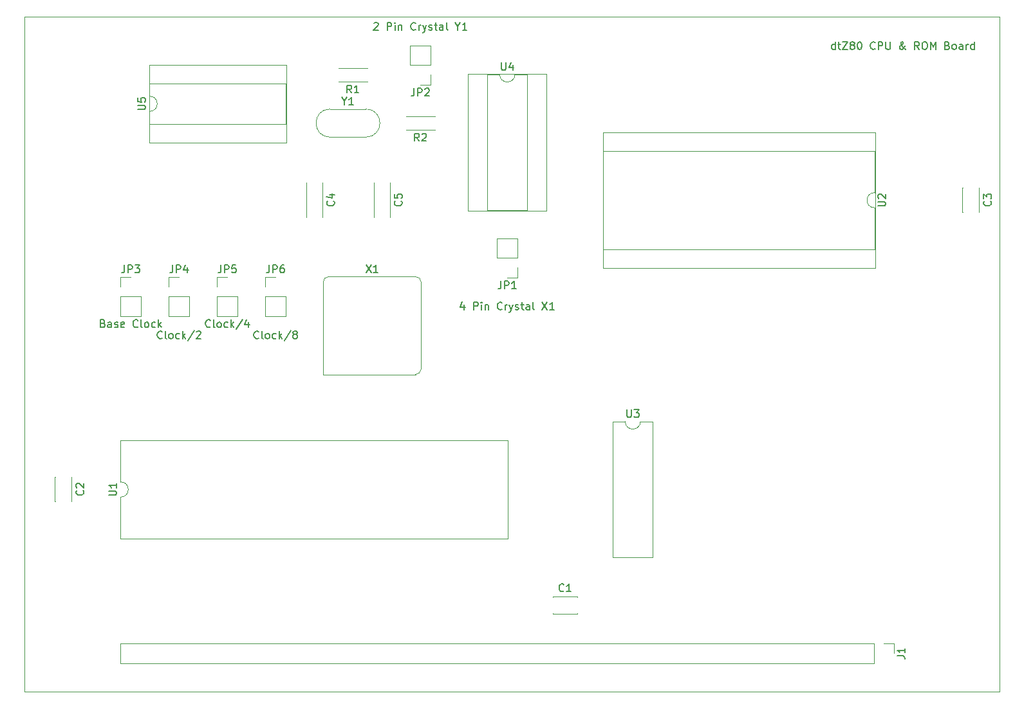
<source format=gbr>
G04 #@! TF.GenerationSoftware,KiCad,Pcbnew,5.1.9-73d0e3b20d~88~ubuntu20.04.1*
G04 #@! TF.CreationDate,2021-02-07T23:06:09+01:00*
G04 #@! TF.ProjectId,dtZ80,64745a38-302e-46b6-9963-61645f706362,1*
G04 #@! TF.SameCoordinates,PX60e4b00PY6bcb370*
G04 #@! TF.FileFunction,Legend,Top*
G04 #@! TF.FilePolarity,Positive*
%FSLAX46Y46*%
G04 Gerber Fmt 4.6, Leading zero omitted, Abs format (unit mm)*
G04 Created by KiCad (PCBNEW 5.1.9-73d0e3b20d~88~ubuntu20.04.1) date 2021-02-07 23:06:09*
%MOMM*%
%LPD*%
G01*
G04 APERTURE LIST*
%ADD10C,0.150000*%
G04 #@! TA.AperFunction,Profile*
%ADD11C,0.050000*%
G04 #@! TD*
%ADD12C,0.120000*%
G04 APERTURE END LIST*
D10*
X-93749048Y88082381D02*
X-93701429Y88130000D01*
X-93606191Y88177620D01*
X-93368096Y88177620D01*
X-93272858Y88130000D01*
X-93225239Y88082381D01*
X-93177620Y87987143D01*
X-93177620Y87891905D01*
X-93225239Y87749048D01*
X-93796667Y87177620D01*
X-93177620Y87177620D01*
X-91987143Y87177620D02*
X-91987143Y88177620D01*
X-91606191Y88177620D01*
X-91510953Y88130000D01*
X-91463334Y88082381D01*
X-91415715Y87987143D01*
X-91415715Y87844286D01*
X-91463334Y87749048D01*
X-91510953Y87701429D01*
X-91606191Y87653810D01*
X-91987143Y87653810D01*
X-90987143Y87177620D02*
X-90987143Y87844286D01*
X-90987143Y88177620D02*
X-91034762Y88130000D01*
X-90987143Y88082381D01*
X-90939524Y88130000D01*
X-90987143Y88177620D01*
X-90987143Y88082381D01*
X-90510953Y87844286D02*
X-90510953Y87177620D01*
X-90510953Y87749048D02*
X-90463334Y87796667D01*
X-90368096Y87844286D01*
X-90225239Y87844286D01*
X-90130001Y87796667D01*
X-90082381Y87701429D01*
X-90082381Y87177620D01*
X-88272858Y87272858D02*
X-88320477Y87225239D01*
X-88463334Y87177620D01*
X-88558572Y87177620D01*
X-88701429Y87225239D01*
X-88796667Y87320477D01*
X-88844286Y87415715D01*
X-88891905Y87606191D01*
X-88891905Y87749048D01*
X-88844286Y87939524D01*
X-88796667Y88034762D01*
X-88701429Y88130000D01*
X-88558572Y88177620D01*
X-88463334Y88177620D01*
X-88320477Y88130000D01*
X-88272858Y88082381D01*
X-87844286Y87177620D02*
X-87844286Y87844286D01*
X-87844286Y87653810D02*
X-87796667Y87749048D01*
X-87749048Y87796667D01*
X-87653810Y87844286D01*
X-87558572Y87844286D01*
X-87320477Y87844286D02*
X-87082381Y87177620D01*
X-86844286Y87844286D02*
X-87082381Y87177620D01*
X-87177620Y86939524D01*
X-87225239Y86891905D01*
X-87320477Y86844286D01*
X-86510953Y87225239D02*
X-86415715Y87177620D01*
X-86225239Y87177620D01*
X-86130000Y87225239D01*
X-86082381Y87320477D01*
X-86082381Y87368096D01*
X-86130000Y87463334D01*
X-86225239Y87510953D01*
X-86368096Y87510953D01*
X-86463334Y87558572D01*
X-86510953Y87653810D01*
X-86510953Y87701429D01*
X-86463334Y87796667D01*
X-86368096Y87844286D01*
X-86225239Y87844286D01*
X-86130000Y87796667D01*
X-85796667Y87844286D02*
X-85415715Y87844286D01*
X-85653810Y88177620D02*
X-85653810Y87320477D01*
X-85606191Y87225239D01*
X-85510953Y87177620D01*
X-85415715Y87177620D01*
X-84653810Y87177620D02*
X-84653810Y87701429D01*
X-84701429Y87796667D01*
X-84796667Y87844286D01*
X-84987143Y87844286D01*
X-85082381Y87796667D01*
X-84653810Y87225239D02*
X-84749048Y87177620D01*
X-84987143Y87177620D01*
X-85082381Y87225239D01*
X-85130000Y87320477D01*
X-85130000Y87415715D01*
X-85082381Y87510953D01*
X-84987143Y87558572D01*
X-84749048Y87558572D01*
X-84653810Y87606191D01*
X-84034762Y87177620D02*
X-84130000Y87225239D01*
X-84177620Y87320477D01*
X-84177620Y88177620D01*
X-82701429Y87653810D02*
X-82701429Y87177620D01*
X-83034762Y88177620D02*
X-82701429Y87653810D01*
X-82368096Y88177620D01*
X-81510953Y87177620D02*
X-82082381Y87177620D01*
X-81796667Y87177620D02*
X-81796667Y88177620D01*
X-81891905Y88034762D01*
X-81987143Y87939524D01*
X-82082381Y87891905D01*
X-81890477Y51014286D02*
X-81890477Y50347620D01*
X-82128572Y51395239D02*
X-82366667Y50680953D01*
X-81747620Y50680953D01*
X-80604762Y50347620D02*
X-80604762Y51347620D01*
X-80223810Y51347620D01*
X-80128572Y51300000D01*
X-80080953Y51252381D01*
X-80033334Y51157143D01*
X-80033334Y51014286D01*
X-80080953Y50919048D01*
X-80128572Y50871429D01*
X-80223810Y50823810D01*
X-80604762Y50823810D01*
X-79604762Y50347620D02*
X-79604762Y51014286D01*
X-79604762Y51347620D02*
X-79652381Y51300000D01*
X-79604762Y51252381D01*
X-79557143Y51300000D01*
X-79604762Y51347620D01*
X-79604762Y51252381D01*
X-79128572Y51014286D02*
X-79128572Y50347620D01*
X-79128572Y50919048D02*
X-79080953Y50966667D01*
X-78985715Y51014286D01*
X-78842858Y51014286D01*
X-78747620Y50966667D01*
X-78700000Y50871429D01*
X-78700000Y50347620D01*
X-76890477Y50442858D02*
X-76938096Y50395239D01*
X-77080953Y50347620D01*
X-77176191Y50347620D01*
X-77319048Y50395239D01*
X-77414286Y50490477D01*
X-77461905Y50585715D01*
X-77509524Y50776191D01*
X-77509524Y50919048D01*
X-77461905Y51109524D01*
X-77414286Y51204762D01*
X-77319048Y51300000D01*
X-77176191Y51347620D01*
X-77080953Y51347620D01*
X-76938096Y51300000D01*
X-76890477Y51252381D01*
X-76461905Y50347620D02*
X-76461905Y51014286D01*
X-76461905Y50823810D02*
X-76414286Y50919048D01*
X-76366667Y50966667D01*
X-76271429Y51014286D01*
X-76176191Y51014286D01*
X-75938096Y51014286D02*
X-75700000Y50347620D01*
X-75461905Y51014286D02*
X-75700000Y50347620D01*
X-75795239Y50109524D01*
X-75842858Y50061905D01*
X-75938096Y50014286D01*
X-75128572Y50395239D02*
X-75033334Y50347620D01*
X-74842858Y50347620D01*
X-74747620Y50395239D01*
X-74700000Y50490477D01*
X-74700000Y50538096D01*
X-74747620Y50633334D01*
X-74842858Y50680953D01*
X-74985715Y50680953D01*
X-75080953Y50728572D01*
X-75128572Y50823810D01*
X-75128572Y50871429D01*
X-75080953Y50966667D01*
X-74985715Y51014286D01*
X-74842858Y51014286D01*
X-74747620Y50966667D01*
X-74414286Y51014286D02*
X-74033334Y51014286D01*
X-74271429Y51347620D02*
X-74271429Y50490477D01*
X-74223810Y50395239D01*
X-74128572Y50347620D01*
X-74033334Y50347620D01*
X-73271429Y50347620D02*
X-73271429Y50871429D01*
X-73319048Y50966667D01*
X-73414286Y51014286D01*
X-73604762Y51014286D01*
X-73700000Y50966667D01*
X-73271429Y50395239D02*
X-73366667Y50347620D01*
X-73604762Y50347620D01*
X-73700000Y50395239D01*
X-73747620Y50490477D01*
X-73747620Y50585715D01*
X-73700000Y50680953D01*
X-73604762Y50728572D01*
X-73366667Y50728572D01*
X-73271429Y50776191D01*
X-72652381Y50347620D02*
X-72747620Y50395239D01*
X-72795239Y50490477D01*
X-72795239Y51347620D01*
X-71604762Y51347620D02*
X-70938096Y50347620D01*
X-70938096Y51347620D02*
X-71604762Y50347620D01*
X-70033334Y50347620D02*
X-70604762Y50347620D01*
X-70319048Y50347620D02*
X-70319048Y51347620D01*
X-70414286Y51204762D01*
X-70509524Y51109524D01*
X-70604762Y51061905D01*
X-33058572Y84637620D02*
X-33058572Y85637620D01*
X-33058572Y84685239D02*
X-33153810Y84637620D01*
X-33344286Y84637620D01*
X-33439524Y84685239D01*
X-33487143Y84732858D01*
X-33534762Y84828096D01*
X-33534762Y85113810D01*
X-33487143Y85209048D01*
X-33439524Y85256667D01*
X-33344286Y85304286D01*
X-33153810Y85304286D01*
X-33058572Y85256667D01*
X-32725239Y85304286D02*
X-32344286Y85304286D01*
X-32582381Y85637620D02*
X-32582381Y84780477D01*
X-32534762Y84685239D01*
X-32439524Y84637620D01*
X-32344286Y84637620D01*
X-32106191Y85637620D02*
X-31439524Y85637620D01*
X-32106191Y84637620D01*
X-31439524Y84637620D01*
X-30915715Y85209048D02*
X-31010953Y85256667D01*
X-31058572Y85304286D01*
X-31106191Y85399524D01*
X-31106191Y85447143D01*
X-31058572Y85542381D01*
X-31010953Y85590000D01*
X-30915715Y85637620D01*
X-30725239Y85637620D01*
X-30630000Y85590000D01*
X-30582381Y85542381D01*
X-30534762Y85447143D01*
X-30534762Y85399524D01*
X-30582381Y85304286D01*
X-30630000Y85256667D01*
X-30725239Y85209048D01*
X-30915715Y85209048D01*
X-31010953Y85161429D01*
X-31058572Y85113810D01*
X-31106191Y85018572D01*
X-31106191Y84828096D01*
X-31058572Y84732858D01*
X-31010953Y84685239D01*
X-30915715Y84637620D01*
X-30725239Y84637620D01*
X-30630000Y84685239D01*
X-30582381Y84732858D01*
X-30534762Y84828096D01*
X-30534762Y85018572D01*
X-30582381Y85113810D01*
X-30630000Y85161429D01*
X-30725239Y85209048D01*
X-29915715Y85637620D02*
X-29820477Y85637620D01*
X-29725239Y85590000D01*
X-29677620Y85542381D01*
X-29630000Y85447143D01*
X-29582381Y85256667D01*
X-29582381Y85018572D01*
X-29630000Y84828096D01*
X-29677620Y84732858D01*
X-29725239Y84685239D01*
X-29820477Y84637620D01*
X-29915715Y84637620D01*
X-30010953Y84685239D01*
X-30058572Y84732858D01*
X-30106191Y84828096D01*
X-30153810Y85018572D01*
X-30153810Y85256667D01*
X-30106191Y85447143D01*
X-30058572Y85542381D01*
X-30010953Y85590000D01*
X-29915715Y85637620D01*
X-27820477Y84732858D02*
X-27868096Y84685239D01*
X-28010953Y84637620D01*
X-28106191Y84637620D01*
X-28249048Y84685239D01*
X-28344286Y84780477D01*
X-28391905Y84875715D01*
X-28439524Y85066191D01*
X-28439524Y85209048D01*
X-28391905Y85399524D01*
X-28344286Y85494762D01*
X-28249048Y85590000D01*
X-28106191Y85637620D01*
X-28010953Y85637620D01*
X-27868096Y85590000D01*
X-27820477Y85542381D01*
X-27391905Y84637620D02*
X-27391905Y85637620D01*
X-27010953Y85637620D01*
X-26915715Y85590000D01*
X-26868096Y85542381D01*
X-26820477Y85447143D01*
X-26820477Y85304286D01*
X-26868096Y85209048D01*
X-26915715Y85161429D01*
X-27010953Y85113810D01*
X-27391905Y85113810D01*
X-26391905Y85637620D02*
X-26391905Y84828096D01*
X-26344286Y84732858D01*
X-26296667Y84685239D01*
X-26201429Y84637620D01*
X-26010953Y84637620D01*
X-25915715Y84685239D01*
X-25868096Y84732858D01*
X-25820477Y84828096D01*
X-25820477Y85637620D01*
X-23772858Y84637620D02*
X-23820477Y84637620D01*
X-23915715Y84685239D01*
X-24058572Y84828096D01*
X-24296667Y85113810D01*
X-24391905Y85256667D01*
X-24439524Y85399524D01*
X-24439524Y85494762D01*
X-24391905Y85590000D01*
X-24296667Y85637620D01*
X-24249048Y85637620D01*
X-24153810Y85590000D01*
X-24106191Y85494762D01*
X-24106191Y85447143D01*
X-24153810Y85351905D01*
X-24201429Y85304286D01*
X-24487143Y85113810D01*
X-24534762Y85066191D01*
X-24582381Y84970953D01*
X-24582381Y84828096D01*
X-24534762Y84732858D01*
X-24487143Y84685239D01*
X-24391905Y84637620D01*
X-24249048Y84637620D01*
X-24153810Y84685239D01*
X-24106191Y84732858D01*
X-23963334Y84923334D01*
X-23915715Y85066191D01*
X-23915715Y85161429D01*
X-22010953Y84637620D02*
X-22344286Y85113810D01*
X-22582381Y84637620D02*
X-22582381Y85637620D01*
X-22201429Y85637620D01*
X-22106191Y85590000D01*
X-22058572Y85542381D01*
X-22010953Y85447143D01*
X-22010953Y85304286D01*
X-22058572Y85209048D01*
X-22106191Y85161429D01*
X-22201429Y85113810D01*
X-22582381Y85113810D01*
X-21391905Y85637620D02*
X-21201429Y85637620D01*
X-21106191Y85590000D01*
X-21010953Y85494762D01*
X-20963334Y85304286D01*
X-20963334Y84970953D01*
X-21010953Y84780477D01*
X-21106191Y84685239D01*
X-21201429Y84637620D01*
X-21391905Y84637620D01*
X-21487143Y84685239D01*
X-21582381Y84780477D01*
X-21630000Y84970953D01*
X-21630000Y85304286D01*
X-21582381Y85494762D01*
X-21487143Y85590000D01*
X-21391905Y85637620D01*
X-20534762Y84637620D02*
X-20534762Y85637620D01*
X-20201429Y84923334D01*
X-19868096Y85637620D01*
X-19868096Y84637620D01*
X-18296667Y85161429D02*
X-18153810Y85113810D01*
X-18106191Y85066191D01*
X-18058572Y84970953D01*
X-18058572Y84828096D01*
X-18106191Y84732858D01*
X-18153810Y84685239D01*
X-18249048Y84637620D01*
X-18630000Y84637620D01*
X-18630000Y85637620D01*
X-18296667Y85637620D01*
X-18201429Y85590000D01*
X-18153810Y85542381D01*
X-18106191Y85447143D01*
X-18106191Y85351905D01*
X-18153810Y85256667D01*
X-18201429Y85209048D01*
X-18296667Y85161429D01*
X-18630000Y85161429D01*
X-17487143Y84637620D02*
X-17582381Y84685239D01*
X-17630000Y84732858D01*
X-17677620Y84828096D01*
X-17677620Y85113810D01*
X-17630000Y85209048D01*
X-17582381Y85256667D01*
X-17487143Y85304286D01*
X-17344286Y85304286D01*
X-17249048Y85256667D01*
X-17201429Y85209048D01*
X-17153810Y85113810D01*
X-17153810Y84828096D01*
X-17201429Y84732858D01*
X-17249048Y84685239D01*
X-17344286Y84637620D01*
X-17487143Y84637620D01*
X-16296667Y84637620D02*
X-16296667Y85161429D01*
X-16344286Y85256667D01*
X-16439524Y85304286D01*
X-16630000Y85304286D01*
X-16725239Y85256667D01*
X-16296667Y84685239D02*
X-16391905Y84637620D01*
X-16630000Y84637620D01*
X-16725239Y84685239D01*
X-16772858Y84780477D01*
X-16772858Y84875715D01*
X-16725239Y84970953D01*
X-16630000Y85018572D01*
X-16391905Y85018572D01*
X-16296667Y85066191D01*
X-15820477Y84637620D02*
X-15820477Y85304286D01*
X-15820477Y85113810D02*
X-15772858Y85209048D01*
X-15725239Y85256667D01*
X-15630000Y85304286D01*
X-15534762Y85304286D01*
X-14772858Y84637620D02*
X-14772858Y85637620D01*
X-14772858Y84685239D02*
X-14868096Y84637620D01*
X-15058572Y84637620D01*
X-15153810Y84685239D01*
X-15201429Y84732858D01*
X-15249048Y84828096D01*
X-15249048Y85113810D01*
X-15201429Y85209048D01*
X-15153810Y85256667D01*
X-15058572Y85304286D01*
X-14868096Y85304286D01*
X-14772858Y85256667D01*
D11*
X-11430000Y0D02*
X-139700000Y0D01*
X-11430000Y88900000D02*
X-11430000Y0D01*
X-139700000Y88900000D02*
X-139700000Y0D01*
X-11430000Y88900000D02*
X-139700000Y88900000D01*
D12*
X-99510000Y76780000D02*
X-94810000Y76780000D01*
X-99510000Y73080000D02*
X-94810000Y73080000D01*
X-94810000Y73080000D02*
G75*
G03*
X-94810000Y76780000I0J1850000D01*
G01*
X-99510000Y73080000D02*
G75*
G02*
X-99510000Y76780000I0J1850000D01*
G01*
X-27820000Y55820000D02*
X-27820000Y73720000D01*
X-63620000Y55820000D02*
X-27820000Y55820000D01*
X-63620000Y73720000D02*
X-63620000Y55820000D01*
X-27820000Y73720000D02*
X-63620000Y73720000D01*
X-27880000Y58310000D02*
X-27880000Y63770000D01*
X-63560000Y58310000D02*
X-27880000Y58310000D01*
X-63560000Y71230000D02*
X-63560000Y58310000D01*
X-27880000Y71230000D02*
X-63560000Y71230000D01*
X-27880000Y65770000D02*
X-27880000Y71230000D01*
X-27880000Y63770000D02*
G75*
G02*
X-27880000Y65770000I0J1000000D01*
G01*
X-100430000Y53960000D02*
X-100430000Y41810000D01*
X-88280000Y54710000D02*
X-99680000Y54710000D01*
X-87530000Y42560000D02*
X-87530000Y53960000D01*
X-100430000Y41810000D02*
X-88280000Y41810000D01*
X-99680000Y54710000D02*
G75*
G03*
X-100430000Y53960000I0J-750000D01*
G01*
X-87530000Y53960000D02*
G75*
G03*
X-88280000Y54710000I-750000J0D01*
G01*
X-88280000Y41810000D02*
G75*
G03*
X-87530000Y42560000I0J750000D01*
G01*
X-60690000Y35620000D02*
X-62340000Y35620000D01*
X-62340000Y35620000D02*
X-62340000Y17720000D01*
X-62340000Y17720000D02*
X-57040000Y17720000D01*
X-57040000Y17720000D02*
X-57040000Y35620000D01*
X-57040000Y35620000D02*
X-58690000Y35620000D01*
X-58690000Y35620000D02*
G75*
G02*
X-60690000Y35620000I-1000000J0D01*
G01*
X-127060000Y25670000D02*
X-127060000Y20210000D01*
X-127060000Y20210000D02*
X-76140000Y20210000D01*
X-76140000Y20210000D02*
X-76140000Y33130000D01*
X-76140000Y33130000D02*
X-127060000Y33130000D01*
X-127060000Y33130000D02*
X-127060000Y27670000D01*
X-127060000Y27670000D02*
G75*
G02*
X-127060000Y25670000I0J-1000000D01*
G01*
X-74870000Y59750000D02*
X-77530000Y59750000D01*
X-74870000Y57150000D02*
X-74870000Y59750000D01*
X-77530000Y57150000D02*
X-77530000Y59750000D01*
X-74870000Y57150000D02*
X-77530000Y57150000D01*
X-74870000Y55880000D02*
X-74870000Y54550000D01*
X-74870000Y54550000D02*
X-76200000Y54550000D01*
X-14120000Y66410000D02*
X-14120000Y63170000D01*
X-16360000Y66410000D02*
X-16360000Y63170000D01*
X-14120000Y66410000D02*
X-14185000Y66410000D01*
X-16295000Y66410000D02*
X-16360000Y66410000D01*
X-14120000Y63170000D02*
X-14185000Y63170000D01*
X-16295000Y63170000D02*
X-16360000Y63170000D01*
X-133500000Y28310000D02*
X-133500000Y25070000D01*
X-135740000Y28310000D02*
X-135740000Y25070000D01*
X-133500000Y28310000D02*
X-133565000Y28310000D01*
X-135675000Y28310000D02*
X-135740000Y28310000D01*
X-133500000Y25070000D02*
X-133565000Y25070000D01*
X-135675000Y25070000D02*
X-135740000Y25070000D01*
X-70220000Y12550000D02*
X-66980000Y12550000D01*
X-70220000Y10310000D02*
X-66980000Y10310000D01*
X-70220000Y12550000D02*
X-70220000Y12485000D01*
X-70220000Y10375000D02*
X-70220000Y10310000D01*
X-66980000Y12550000D02*
X-66980000Y12485000D01*
X-66980000Y10375000D02*
X-66980000Y10310000D01*
X-123250000Y76470000D02*
X-123250000Y74820000D01*
X-123250000Y74820000D02*
X-105350000Y74820000D01*
X-105350000Y74820000D02*
X-105350000Y80120000D01*
X-105350000Y80120000D02*
X-123250000Y80120000D01*
X-123250000Y80120000D02*
X-123250000Y78470000D01*
X-123310000Y72330000D02*
X-105290000Y72330000D01*
X-105290000Y72330000D02*
X-105290000Y82610000D01*
X-105290000Y82610000D02*
X-123310000Y82610000D01*
X-123310000Y82610000D02*
X-123310000Y72330000D01*
X-123250000Y78470000D02*
G75*
G02*
X-123250000Y76470000I0J-1000000D01*
G01*
X-77200000Y81340000D02*
X-78850000Y81340000D01*
X-78850000Y81340000D02*
X-78850000Y63440000D01*
X-78850000Y63440000D02*
X-73550000Y63440000D01*
X-73550000Y63440000D02*
X-73550000Y81340000D01*
X-73550000Y81340000D02*
X-75200000Y81340000D01*
X-81340000Y81400000D02*
X-81340000Y63380000D01*
X-81340000Y63380000D02*
X-71060000Y63380000D01*
X-71060000Y63380000D02*
X-71060000Y81400000D01*
X-71060000Y81400000D02*
X-81340000Y81400000D01*
X-75200000Y81340000D02*
G75*
G02*
X-77200000Y81340000I-1000000J0D01*
G01*
X-85710000Y74010000D02*
X-89550000Y74010000D01*
X-85710000Y75850000D02*
X-89550000Y75850000D01*
X-94600000Y80360000D02*
X-98440000Y80360000D01*
X-94600000Y82200000D02*
X-98440000Y82200000D01*
X-108010000Y49470000D02*
X-105350000Y49470000D01*
X-108010000Y52070000D02*
X-108010000Y49470000D01*
X-105350000Y52070000D02*
X-105350000Y49470000D01*
X-108010000Y52070000D02*
X-105350000Y52070000D01*
X-108010000Y53340000D02*
X-108010000Y54670000D01*
X-108010000Y54670000D02*
X-106680000Y54670000D01*
X-114360000Y49470000D02*
X-111700000Y49470000D01*
X-114360000Y52070000D02*
X-114360000Y49470000D01*
X-111700000Y52070000D02*
X-111700000Y49470000D01*
X-114360000Y52070000D02*
X-111700000Y52070000D01*
X-114360000Y53340000D02*
X-114360000Y54670000D01*
X-114360000Y54670000D02*
X-113030000Y54670000D01*
X-120710000Y49470000D02*
X-118050000Y49470000D01*
X-120710000Y52070000D02*
X-120710000Y49470000D01*
X-118050000Y52070000D02*
X-118050000Y49470000D01*
X-120710000Y52070000D02*
X-118050000Y52070000D01*
X-120710000Y53340000D02*
X-120710000Y54670000D01*
X-120710000Y54670000D02*
X-119380000Y54670000D01*
X-127060000Y49470000D02*
X-124400000Y49470000D01*
X-127060000Y52070000D02*
X-127060000Y49470000D01*
X-124400000Y52070000D02*
X-124400000Y49470000D01*
X-127060000Y52070000D02*
X-124400000Y52070000D01*
X-127060000Y53340000D02*
X-127060000Y54670000D01*
X-127060000Y54670000D02*
X-125730000Y54670000D01*
X-86300000Y85150000D02*
X-88960000Y85150000D01*
X-86300000Y82550000D02*
X-86300000Y85150000D01*
X-88960000Y82550000D02*
X-88960000Y85150000D01*
X-86300000Y82550000D02*
X-88960000Y82550000D01*
X-86300000Y81280000D02*
X-86300000Y79950000D01*
X-86300000Y79950000D02*
X-87630000Y79950000D01*
X-127060000Y6410000D02*
X-127060000Y3750000D01*
X-27940000Y6410000D02*
X-127060000Y6410000D01*
X-27940000Y3750000D02*
X-127060000Y3750000D01*
X-27940000Y6410000D02*
X-27940000Y3750000D01*
X-26670000Y6410000D02*
X-25340000Y6410000D01*
X-25340000Y6410000D02*
X-25340000Y5080000D01*
X-91640000Y67080000D02*
X-91640000Y62540000D01*
X-93780000Y67080000D02*
X-93780000Y62540000D01*
X-91640000Y67080000D02*
X-91655000Y67080000D01*
X-93765000Y67080000D02*
X-93780000Y67080000D01*
X-91640000Y62540000D02*
X-91655000Y62540000D01*
X-93765000Y62540000D02*
X-93780000Y62540000D01*
X-100530000Y67080000D02*
X-100530000Y62540000D01*
X-102670000Y67080000D02*
X-102670000Y62540000D01*
X-100530000Y67080000D02*
X-100545000Y67080000D01*
X-102655000Y67080000D02*
X-102670000Y67080000D01*
X-100530000Y62540000D02*
X-100545000Y62540000D01*
X-102655000Y62540000D02*
X-102670000Y62540000D01*
D10*
X-97636191Y77803810D02*
X-97636191Y77327620D01*
X-97969524Y78327620D02*
X-97636191Y77803810D01*
X-97302858Y78327620D01*
X-96445715Y77327620D02*
X-97017143Y77327620D01*
X-96731429Y77327620D02*
X-96731429Y78327620D01*
X-96826667Y78184762D01*
X-96921905Y78089524D01*
X-97017143Y78041905D01*
X-27427620Y64008096D02*
X-26618096Y64008096D01*
X-26522858Y64055715D01*
X-26475239Y64103334D01*
X-26427620Y64198572D01*
X-26427620Y64389048D01*
X-26475239Y64484286D01*
X-26522858Y64531905D01*
X-26618096Y64579524D01*
X-27427620Y64579524D01*
X-27332381Y65008096D02*
X-27380000Y65055715D01*
X-27427620Y65150953D01*
X-27427620Y65389048D01*
X-27380000Y65484286D01*
X-27332381Y65531905D01*
X-27237143Y65579524D01*
X-27141905Y65579524D01*
X-26999048Y65531905D01*
X-26427620Y64960477D01*
X-26427620Y65579524D01*
X-94789524Y56257620D02*
X-94122858Y55257620D01*
X-94122858Y56257620D02*
X-94789524Y55257620D01*
X-93218096Y55257620D02*
X-93789524Y55257620D01*
X-93503810Y55257620D02*
X-93503810Y56257620D01*
X-93599048Y56114762D01*
X-93694286Y56019524D01*
X-93789524Y55971905D01*
X-60451905Y37167620D02*
X-60451905Y36358096D01*
X-60404286Y36262858D01*
X-60356667Y36215239D01*
X-60261429Y36167620D01*
X-60070953Y36167620D01*
X-59975715Y36215239D01*
X-59928096Y36262858D01*
X-59880477Y36358096D01*
X-59880477Y37167620D01*
X-59499524Y37167620D02*
X-58880477Y37167620D01*
X-59213810Y36786667D01*
X-59070953Y36786667D01*
X-58975715Y36739048D01*
X-58928096Y36691429D01*
X-58880477Y36596191D01*
X-58880477Y36358096D01*
X-58928096Y36262858D01*
X-58975715Y36215239D01*
X-59070953Y36167620D01*
X-59356667Y36167620D01*
X-59451905Y36215239D01*
X-59499524Y36262858D01*
X-128607619Y25908096D02*
X-127798095Y25908096D01*
X-127702857Y25955715D01*
X-127655238Y26003334D01*
X-127607619Y26098572D01*
X-127607619Y26289048D01*
X-127655238Y26384286D01*
X-127702857Y26431905D01*
X-127798095Y26479524D01*
X-128607619Y26479524D01*
X-127607619Y27479524D02*
X-127607619Y26908096D01*
X-127607619Y27193810D02*
X-128607619Y27193810D01*
X-128464761Y27098572D01*
X-128369523Y27003334D01*
X-128321904Y26908096D01*
X-77033334Y54097620D02*
X-77033334Y53383334D01*
X-77080953Y53240477D01*
X-77176191Y53145239D01*
X-77319048Y53097620D01*
X-77414286Y53097620D01*
X-76557143Y53097620D02*
X-76557143Y54097620D01*
X-76176191Y54097620D01*
X-76080953Y54050000D01*
X-76033334Y54002381D01*
X-75985715Y53907143D01*
X-75985715Y53764286D01*
X-76033334Y53669048D01*
X-76080953Y53621429D01*
X-76176191Y53573810D01*
X-76557143Y53573810D01*
X-75033334Y53097620D02*
X-75604762Y53097620D01*
X-75319048Y53097620D02*
X-75319048Y54097620D01*
X-75414286Y53954762D01*
X-75509524Y53859524D01*
X-75604762Y53811905D01*
X-12632858Y64623334D02*
X-12585239Y64575715D01*
X-12537620Y64432858D01*
X-12537620Y64337620D01*
X-12585239Y64194762D01*
X-12680477Y64099524D01*
X-12775715Y64051905D01*
X-12966191Y64004286D01*
X-13109048Y64004286D01*
X-13299524Y64051905D01*
X-13394762Y64099524D01*
X-13490000Y64194762D01*
X-13537620Y64337620D01*
X-13537620Y64432858D01*
X-13490000Y64575715D01*
X-13442381Y64623334D01*
X-13537620Y64956667D02*
X-13537620Y65575715D01*
X-13156667Y65242381D01*
X-13156667Y65385239D01*
X-13109048Y65480477D01*
X-13061429Y65528096D01*
X-12966191Y65575715D01*
X-12728096Y65575715D01*
X-12632858Y65528096D01*
X-12585239Y65480477D01*
X-12537620Y65385239D01*
X-12537620Y65099524D01*
X-12585239Y65004286D01*
X-12632858Y64956667D01*
X-132012857Y26523334D02*
X-131965238Y26475715D01*
X-131917619Y26332858D01*
X-131917619Y26237620D01*
X-131965238Y26094762D01*
X-132060476Y25999524D01*
X-132155714Y25951905D01*
X-132346190Y25904286D01*
X-132489047Y25904286D01*
X-132679523Y25951905D01*
X-132774761Y25999524D01*
X-132870000Y26094762D01*
X-132917619Y26237620D01*
X-132917619Y26332858D01*
X-132870000Y26475715D01*
X-132822380Y26523334D01*
X-132822380Y26904286D02*
X-132870000Y26951905D01*
X-132917619Y27047143D01*
X-132917619Y27285239D01*
X-132870000Y27380477D01*
X-132822380Y27428096D01*
X-132727142Y27475715D01*
X-132631904Y27475715D01*
X-132489047Y27428096D01*
X-131917619Y26856667D01*
X-131917619Y27475715D01*
X-68766667Y13322858D02*
X-68814286Y13275239D01*
X-68957143Y13227620D01*
X-69052381Y13227620D01*
X-69195239Y13275239D01*
X-69290477Y13370477D01*
X-69338096Y13465715D01*
X-69385715Y13656191D01*
X-69385715Y13799048D01*
X-69338096Y13989524D01*
X-69290477Y14084762D01*
X-69195239Y14180000D01*
X-69052381Y14227620D01*
X-68957143Y14227620D01*
X-68814286Y14180000D01*
X-68766667Y14132381D01*
X-67814286Y13227620D02*
X-68385715Y13227620D01*
X-68100000Y13227620D02*
X-68100000Y14227620D01*
X-68195239Y14084762D01*
X-68290477Y13989524D01*
X-68385715Y13941905D01*
X-124797619Y76708096D02*
X-123988095Y76708096D01*
X-123892857Y76755715D01*
X-123845238Y76803334D01*
X-123797619Y76898572D01*
X-123797619Y77089048D01*
X-123845238Y77184286D01*
X-123892857Y77231905D01*
X-123988095Y77279524D01*
X-124797619Y77279524D01*
X-124797619Y78231905D02*
X-124797619Y77755715D01*
X-124321428Y77708096D01*
X-124369047Y77755715D01*
X-124416666Y77850953D01*
X-124416666Y78089048D01*
X-124369047Y78184286D01*
X-124321428Y78231905D01*
X-124226190Y78279524D01*
X-123988095Y78279524D01*
X-123892857Y78231905D01*
X-123845238Y78184286D01*
X-123797619Y78089048D01*
X-123797619Y77850953D01*
X-123845238Y77755715D01*
X-123892857Y77708096D01*
X-76961905Y82887620D02*
X-76961905Y82078096D01*
X-76914286Y81982858D01*
X-76866667Y81935239D01*
X-76771429Y81887620D01*
X-76580953Y81887620D01*
X-76485715Y81935239D01*
X-76438096Y81982858D01*
X-76390477Y82078096D01*
X-76390477Y82887620D01*
X-75485715Y82554286D02*
X-75485715Y81887620D01*
X-75723810Y82935239D02*
X-75961905Y82220953D01*
X-75342858Y82220953D01*
X-87796667Y72557620D02*
X-88130000Y73033810D01*
X-88368096Y72557620D02*
X-88368096Y73557620D01*
X-87987143Y73557620D01*
X-87891905Y73510000D01*
X-87844286Y73462381D01*
X-87796667Y73367143D01*
X-87796667Y73224286D01*
X-87844286Y73129048D01*
X-87891905Y73081429D01*
X-87987143Y73033810D01*
X-88368096Y73033810D01*
X-87415715Y73462381D02*
X-87368096Y73510000D01*
X-87272858Y73557620D01*
X-87034762Y73557620D01*
X-86939524Y73510000D01*
X-86891905Y73462381D01*
X-86844286Y73367143D01*
X-86844286Y73271905D01*
X-86891905Y73129048D01*
X-87463334Y72557620D01*
X-86844286Y72557620D01*
X-96686667Y78907620D02*
X-97020000Y79383810D01*
X-97258096Y78907620D02*
X-97258096Y79907620D01*
X-96877143Y79907620D01*
X-96781905Y79860000D01*
X-96734286Y79812381D01*
X-96686667Y79717143D01*
X-96686667Y79574286D01*
X-96734286Y79479048D01*
X-96781905Y79431429D01*
X-96877143Y79383810D01*
X-97258096Y79383810D01*
X-95734286Y78907620D02*
X-96305715Y78907620D01*
X-96020000Y78907620D02*
X-96020000Y79907620D01*
X-96115239Y79764762D01*
X-96210477Y79669524D01*
X-96305715Y79621905D01*
X-107513333Y56217620D02*
X-107513333Y55503334D01*
X-107560952Y55360477D01*
X-107656190Y55265239D01*
X-107799047Y55217620D01*
X-107894285Y55217620D01*
X-107037142Y55217620D02*
X-107037142Y56217620D01*
X-106656190Y56217620D01*
X-106560952Y56170000D01*
X-106513333Y56122381D01*
X-106465714Y56027143D01*
X-106465714Y55884286D01*
X-106513333Y55789048D01*
X-106560952Y55741429D01*
X-106656190Y55693810D01*
X-107037142Y55693810D01*
X-105608571Y56217620D02*
X-105799047Y56217620D01*
X-105894285Y56170000D01*
X-105941904Y56122381D01*
X-106037142Y55979524D01*
X-106084761Y55789048D01*
X-106084761Y55408096D01*
X-106037142Y55312858D01*
X-105989523Y55265239D01*
X-105894285Y55217620D01*
X-105703809Y55217620D01*
X-105608571Y55265239D01*
X-105560952Y55312858D01*
X-105513333Y55408096D01*
X-105513333Y55646191D01*
X-105560952Y55741429D01*
X-105608571Y55789048D01*
X-105703809Y55836667D01*
X-105894285Y55836667D01*
X-105989523Y55789048D01*
X-106037142Y55741429D01*
X-106084761Y55646191D01*
X-108918095Y46632858D02*
X-108965714Y46585239D01*
X-109108571Y46537620D01*
X-109203809Y46537620D01*
X-109346666Y46585239D01*
X-109441904Y46680477D01*
X-109489523Y46775715D01*
X-109537142Y46966191D01*
X-109537142Y47109048D01*
X-109489523Y47299524D01*
X-109441904Y47394762D01*
X-109346666Y47490000D01*
X-109203809Y47537620D01*
X-109108571Y47537620D01*
X-108965714Y47490000D01*
X-108918095Y47442381D01*
X-108346666Y46537620D02*
X-108441904Y46585239D01*
X-108489523Y46680477D01*
X-108489523Y47537620D01*
X-107822857Y46537620D02*
X-107918095Y46585239D01*
X-107965714Y46632858D01*
X-108013333Y46728096D01*
X-108013333Y47013810D01*
X-107965714Y47109048D01*
X-107918095Y47156667D01*
X-107822857Y47204286D01*
X-107680000Y47204286D01*
X-107584761Y47156667D01*
X-107537142Y47109048D01*
X-107489523Y47013810D01*
X-107489523Y46728096D01*
X-107537142Y46632858D01*
X-107584761Y46585239D01*
X-107680000Y46537620D01*
X-107822857Y46537620D01*
X-106632380Y46585239D02*
X-106727619Y46537620D01*
X-106918095Y46537620D01*
X-107013333Y46585239D01*
X-107060952Y46632858D01*
X-107108571Y46728096D01*
X-107108571Y47013810D01*
X-107060952Y47109048D01*
X-107013333Y47156667D01*
X-106918095Y47204286D01*
X-106727619Y47204286D01*
X-106632380Y47156667D01*
X-106203809Y46537620D02*
X-106203809Y47537620D01*
X-106108571Y46918572D02*
X-105822857Y46537620D01*
X-105822857Y47204286D02*
X-106203809Y46823334D01*
X-104680000Y47585239D02*
X-105537142Y46299524D01*
X-104203809Y47109048D02*
X-104299047Y47156667D01*
X-104346666Y47204286D01*
X-104394285Y47299524D01*
X-104394285Y47347143D01*
X-104346666Y47442381D01*
X-104299047Y47490000D01*
X-104203809Y47537620D01*
X-104013333Y47537620D01*
X-103918095Y47490000D01*
X-103870476Y47442381D01*
X-103822857Y47347143D01*
X-103822857Y47299524D01*
X-103870476Y47204286D01*
X-103918095Y47156667D01*
X-104013333Y47109048D01*
X-104203809Y47109048D01*
X-104299047Y47061429D01*
X-104346666Y47013810D01*
X-104394285Y46918572D01*
X-104394285Y46728096D01*
X-104346666Y46632858D01*
X-104299047Y46585239D01*
X-104203809Y46537620D01*
X-104013333Y46537620D01*
X-103918095Y46585239D01*
X-103870476Y46632858D01*
X-103822857Y46728096D01*
X-103822857Y46918572D01*
X-103870476Y47013810D01*
X-103918095Y47061429D01*
X-104013333Y47109048D01*
X-113863333Y56217620D02*
X-113863333Y55503334D01*
X-113910952Y55360477D01*
X-114006190Y55265239D01*
X-114149047Y55217620D01*
X-114244285Y55217620D01*
X-113387142Y55217620D02*
X-113387142Y56217620D01*
X-113006190Y56217620D01*
X-112910952Y56170000D01*
X-112863333Y56122381D01*
X-112815714Y56027143D01*
X-112815714Y55884286D01*
X-112863333Y55789048D01*
X-112910952Y55741429D01*
X-113006190Y55693810D01*
X-113387142Y55693810D01*
X-111910952Y56217620D02*
X-112387142Y56217620D01*
X-112434761Y55741429D01*
X-112387142Y55789048D01*
X-112291904Y55836667D01*
X-112053809Y55836667D01*
X-111958571Y55789048D01*
X-111910952Y55741429D01*
X-111863333Y55646191D01*
X-111863333Y55408096D01*
X-111910952Y55312858D01*
X-111958571Y55265239D01*
X-112053809Y55217620D01*
X-112291904Y55217620D01*
X-112387142Y55265239D01*
X-112434761Y55312858D01*
X-115268095Y48112858D02*
X-115315714Y48065239D01*
X-115458571Y48017620D01*
X-115553809Y48017620D01*
X-115696666Y48065239D01*
X-115791904Y48160477D01*
X-115839523Y48255715D01*
X-115887142Y48446191D01*
X-115887142Y48589048D01*
X-115839523Y48779524D01*
X-115791904Y48874762D01*
X-115696666Y48970000D01*
X-115553809Y49017620D01*
X-115458571Y49017620D01*
X-115315714Y48970000D01*
X-115268095Y48922381D01*
X-114696666Y48017620D02*
X-114791904Y48065239D01*
X-114839523Y48160477D01*
X-114839523Y49017620D01*
X-114172857Y48017620D02*
X-114268095Y48065239D01*
X-114315714Y48112858D01*
X-114363333Y48208096D01*
X-114363333Y48493810D01*
X-114315714Y48589048D01*
X-114268095Y48636667D01*
X-114172857Y48684286D01*
X-114030000Y48684286D01*
X-113934761Y48636667D01*
X-113887142Y48589048D01*
X-113839523Y48493810D01*
X-113839523Y48208096D01*
X-113887142Y48112858D01*
X-113934761Y48065239D01*
X-114030000Y48017620D01*
X-114172857Y48017620D01*
X-112982380Y48065239D02*
X-113077619Y48017620D01*
X-113268095Y48017620D01*
X-113363333Y48065239D01*
X-113410952Y48112858D01*
X-113458571Y48208096D01*
X-113458571Y48493810D01*
X-113410952Y48589048D01*
X-113363333Y48636667D01*
X-113268095Y48684286D01*
X-113077619Y48684286D01*
X-112982380Y48636667D01*
X-112553809Y48017620D02*
X-112553809Y49017620D01*
X-112458571Y48398572D02*
X-112172857Y48017620D01*
X-112172857Y48684286D02*
X-112553809Y48303334D01*
X-111030000Y49065239D02*
X-111887142Y47779524D01*
X-110268095Y48684286D02*
X-110268095Y48017620D01*
X-110506190Y49065239D02*
X-110744285Y48350953D01*
X-110125238Y48350953D01*
X-120213333Y56217620D02*
X-120213333Y55503334D01*
X-120260952Y55360477D01*
X-120356190Y55265239D01*
X-120499047Y55217620D01*
X-120594285Y55217620D01*
X-119737142Y55217620D02*
X-119737142Y56217620D01*
X-119356190Y56217620D01*
X-119260952Y56170000D01*
X-119213333Y56122381D01*
X-119165714Y56027143D01*
X-119165714Y55884286D01*
X-119213333Y55789048D01*
X-119260952Y55741429D01*
X-119356190Y55693810D01*
X-119737142Y55693810D01*
X-118308571Y55884286D02*
X-118308571Y55217620D01*
X-118546666Y56265239D02*
X-118784761Y55550953D01*
X-118165714Y55550953D01*
X-121618095Y46632858D02*
X-121665714Y46585239D01*
X-121808571Y46537620D01*
X-121903809Y46537620D01*
X-122046666Y46585239D01*
X-122141904Y46680477D01*
X-122189523Y46775715D01*
X-122237142Y46966191D01*
X-122237142Y47109048D01*
X-122189523Y47299524D01*
X-122141904Y47394762D01*
X-122046666Y47490000D01*
X-121903809Y47537620D01*
X-121808571Y47537620D01*
X-121665714Y47490000D01*
X-121618095Y47442381D01*
X-121046666Y46537620D02*
X-121141904Y46585239D01*
X-121189523Y46680477D01*
X-121189523Y47537620D01*
X-120522857Y46537620D02*
X-120618095Y46585239D01*
X-120665714Y46632858D01*
X-120713333Y46728096D01*
X-120713333Y47013810D01*
X-120665714Y47109048D01*
X-120618095Y47156667D01*
X-120522857Y47204286D01*
X-120380000Y47204286D01*
X-120284761Y47156667D01*
X-120237142Y47109048D01*
X-120189523Y47013810D01*
X-120189523Y46728096D01*
X-120237142Y46632858D01*
X-120284761Y46585239D01*
X-120380000Y46537620D01*
X-120522857Y46537620D01*
X-119332380Y46585239D02*
X-119427619Y46537620D01*
X-119618095Y46537620D01*
X-119713333Y46585239D01*
X-119760952Y46632858D01*
X-119808571Y46728096D01*
X-119808571Y47013810D01*
X-119760952Y47109048D01*
X-119713333Y47156667D01*
X-119618095Y47204286D01*
X-119427619Y47204286D01*
X-119332380Y47156667D01*
X-118903809Y46537620D02*
X-118903809Y47537620D01*
X-118808571Y46918572D02*
X-118522857Y46537620D01*
X-118522857Y47204286D02*
X-118903809Y46823334D01*
X-117380000Y47585239D02*
X-118237142Y46299524D01*
X-117094285Y47442381D02*
X-117046666Y47490000D01*
X-116951428Y47537620D01*
X-116713333Y47537620D01*
X-116618095Y47490000D01*
X-116570476Y47442381D01*
X-116522857Y47347143D01*
X-116522857Y47251905D01*
X-116570476Y47109048D01*
X-117141904Y46537620D01*
X-116522857Y46537620D01*
X-126563333Y56217620D02*
X-126563333Y55503334D01*
X-126610952Y55360477D01*
X-126706190Y55265239D01*
X-126849047Y55217620D01*
X-126944285Y55217620D01*
X-126087142Y55217620D02*
X-126087142Y56217620D01*
X-125706190Y56217620D01*
X-125610952Y56170000D01*
X-125563333Y56122381D01*
X-125515714Y56027143D01*
X-125515714Y55884286D01*
X-125563333Y55789048D01*
X-125610952Y55741429D01*
X-125706190Y55693810D01*
X-126087142Y55693810D01*
X-125182380Y56217620D02*
X-124563333Y56217620D01*
X-124896666Y55836667D01*
X-124753809Y55836667D01*
X-124658571Y55789048D01*
X-124610952Y55741429D01*
X-124563333Y55646191D01*
X-124563333Y55408096D01*
X-124610952Y55312858D01*
X-124658571Y55265239D01*
X-124753809Y55217620D01*
X-125039523Y55217620D01*
X-125134761Y55265239D01*
X-125182380Y55312858D01*
X-129372857Y48541429D02*
X-129230000Y48493810D01*
X-129182380Y48446191D01*
X-129134761Y48350953D01*
X-129134761Y48208096D01*
X-129182380Y48112858D01*
X-129230000Y48065239D01*
X-129325238Y48017620D01*
X-129706190Y48017620D01*
X-129706190Y49017620D01*
X-129372857Y49017620D01*
X-129277619Y48970000D01*
X-129230000Y48922381D01*
X-129182380Y48827143D01*
X-129182380Y48731905D01*
X-129230000Y48636667D01*
X-129277619Y48589048D01*
X-129372857Y48541429D01*
X-129706190Y48541429D01*
X-128277619Y48017620D02*
X-128277619Y48541429D01*
X-128325238Y48636667D01*
X-128420476Y48684286D01*
X-128610952Y48684286D01*
X-128706190Y48636667D01*
X-128277619Y48065239D02*
X-128372857Y48017620D01*
X-128610952Y48017620D01*
X-128706190Y48065239D01*
X-128753809Y48160477D01*
X-128753809Y48255715D01*
X-128706190Y48350953D01*
X-128610952Y48398572D01*
X-128372857Y48398572D01*
X-128277619Y48446191D01*
X-127849047Y48065239D02*
X-127753809Y48017620D01*
X-127563333Y48017620D01*
X-127468095Y48065239D01*
X-127420476Y48160477D01*
X-127420476Y48208096D01*
X-127468095Y48303334D01*
X-127563333Y48350953D01*
X-127706190Y48350953D01*
X-127801428Y48398572D01*
X-127849047Y48493810D01*
X-127849047Y48541429D01*
X-127801428Y48636667D01*
X-127706190Y48684286D01*
X-127563333Y48684286D01*
X-127468095Y48636667D01*
X-126610952Y48065239D02*
X-126706190Y48017620D01*
X-126896666Y48017620D01*
X-126991904Y48065239D01*
X-127039523Y48160477D01*
X-127039523Y48541429D01*
X-126991904Y48636667D01*
X-126896666Y48684286D01*
X-126706190Y48684286D01*
X-126610952Y48636667D01*
X-126563333Y48541429D01*
X-126563333Y48446191D01*
X-127039523Y48350953D01*
X-124801428Y48112858D02*
X-124849047Y48065239D01*
X-124991904Y48017620D01*
X-125087142Y48017620D01*
X-125230000Y48065239D01*
X-125325238Y48160477D01*
X-125372857Y48255715D01*
X-125420476Y48446191D01*
X-125420476Y48589048D01*
X-125372857Y48779524D01*
X-125325238Y48874762D01*
X-125230000Y48970000D01*
X-125087142Y49017620D01*
X-124991904Y49017620D01*
X-124849047Y48970000D01*
X-124801428Y48922381D01*
X-124230000Y48017620D02*
X-124325238Y48065239D01*
X-124372857Y48160477D01*
X-124372857Y49017620D01*
X-123706190Y48017620D02*
X-123801428Y48065239D01*
X-123849047Y48112858D01*
X-123896666Y48208096D01*
X-123896666Y48493810D01*
X-123849047Y48589048D01*
X-123801428Y48636667D01*
X-123706190Y48684286D01*
X-123563333Y48684286D01*
X-123468095Y48636667D01*
X-123420476Y48589048D01*
X-123372857Y48493810D01*
X-123372857Y48208096D01*
X-123420476Y48112858D01*
X-123468095Y48065239D01*
X-123563333Y48017620D01*
X-123706190Y48017620D01*
X-122515714Y48065239D02*
X-122610952Y48017620D01*
X-122801428Y48017620D01*
X-122896666Y48065239D01*
X-122944285Y48112858D01*
X-122991904Y48208096D01*
X-122991904Y48493810D01*
X-122944285Y48589048D01*
X-122896666Y48636667D01*
X-122801428Y48684286D01*
X-122610952Y48684286D01*
X-122515714Y48636667D01*
X-122087142Y48017620D02*
X-122087142Y49017620D01*
X-121991904Y48398572D02*
X-121706190Y48017620D01*
X-121706190Y48684286D02*
X-122087142Y48303334D01*
X-88463334Y79497620D02*
X-88463334Y78783334D01*
X-88510953Y78640477D01*
X-88606191Y78545239D01*
X-88749048Y78497620D01*
X-88844286Y78497620D01*
X-87987143Y78497620D02*
X-87987143Y79497620D01*
X-87606191Y79497620D01*
X-87510953Y79450000D01*
X-87463334Y79402381D01*
X-87415715Y79307143D01*
X-87415715Y79164286D01*
X-87463334Y79069048D01*
X-87510953Y79021429D01*
X-87606191Y78973810D01*
X-87987143Y78973810D01*
X-87034762Y79402381D02*
X-86987143Y79450000D01*
X-86891905Y79497620D01*
X-86653810Y79497620D01*
X-86558572Y79450000D01*
X-86510953Y79402381D01*
X-86463334Y79307143D01*
X-86463334Y79211905D01*
X-86510953Y79069048D01*
X-87082381Y78497620D01*
X-86463334Y78497620D01*
X-24887620Y4746667D02*
X-24173334Y4746667D01*
X-24030477Y4699048D01*
X-23935239Y4603810D01*
X-23887620Y4460953D01*
X-23887620Y4365715D01*
X-23887620Y5746667D02*
X-23887620Y5175239D01*
X-23887620Y5460953D02*
X-24887620Y5460953D01*
X-24744762Y5365715D01*
X-24649524Y5270477D01*
X-24601905Y5175239D01*
X-90152858Y64643334D02*
X-90105239Y64595715D01*
X-90057620Y64452858D01*
X-90057620Y64357620D01*
X-90105239Y64214762D01*
X-90200477Y64119524D01*
X-90295715Y64071905D01*
X-90486191Y64024286D01*
X-90629048Y64024286D01*
X-90819524Y64071905D01*
X-90914762Y64119524D01*
X-91010000Y64214762D01*
X-91057620Y64357620D01*
X-91057620Y64452858D01*
X-91010000Y64595715D01*
X-90962381Y64643334D01*
X-91057620Y65548096D02*
X-91057620Y65071905D01*
X-90581429Y65024286D01*
X-90629048Y65071905D01*
X-90676667Y65167143D01*
X-90676667Y65405239D01*
X-90629048Y65500477D01*
X-90581429Y65548096D01*
X-90486191Y65595715D01*
X-90248096Y65595715D01*
X-90152858Y65548096D01*
X-90105239Y65500477D01*
X-90057620Y65405239D01*
X-90057620Y65167143D01*
X-90105239Y65071905D01*
X-90152858Y65024286D01*
X-99042858Y64643334D02*
X-98995239Y64595715D01*
X-98947620Y64452858D01*
X-98947620Y64357620D01*
X-98995239Y64214762D01*
X-99090477Y64119524D01*
X-99185715Y64071905D01*
X-99376191Y64024286D01*
X-99519048Y64024286D01*
X-99709524Y64071905D01*
X-99804762Y64119524D01*
X-99900000Y64214762D01*
X-99947620Y64357620D01*
X-99947620Y64452858D01*
X-99900000Y64595715D01*
X-99852381Y64643334D01*
X-99614286Y65500477D02*
X-98947620Y65500477D01*
X-99995239Y65262381D02*
X-99280953Y65024286D01*
X-99280953Y65643334D01*
M02*

</source>
